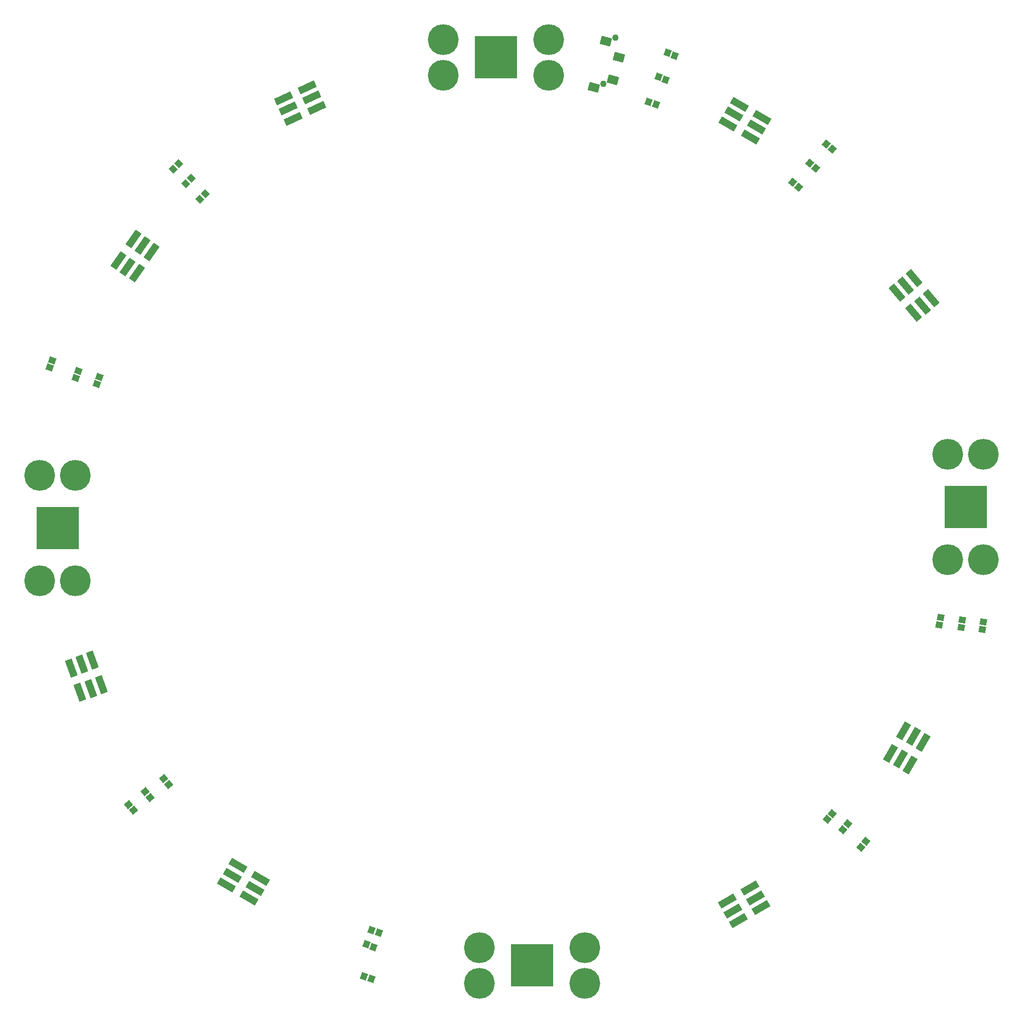
<source format=gts>
G04*
G04 #@! TF.GenerationSoftware,Altium Limited,Altium Designer,22.9.1 (49)*
G04*
G04 Layer_Color=8388736*
%FSLAX25Y25*%
%MOIN*%
G70*
G04*
G04 #@! TF.SameCoordinates,8A5C06B3-4C5D-48ED-891A-8E98A4BE319D*
G04*
G04*
G04 #@! TF.FilePolarity,Negative*
G04*
G01*
G75*
G04:AMPARAMS|DCode=32|XSize=118.24mil|YSize=47.37mil|CornerRadius=0mil|HoleSize=0mil|Usage=FLASHONLY|Rotation=330.000|XOffset=0mil|YOffset=0mil|HoleType=Round|Shape=Rectangle|*
%AMROTATEDRECTD32*
4,1,4,-0.06304,0.00905,-0.03935,0.05007,0.06304,-0.00905,0.03935,-0.05007,-0.06304,0.00905,0.0*
%
%ADD32ROTATEDRECTD32*%

G04:AMPARAMS|DCode=33|XSize=118.24mil|YSize=47.37mil|CornerRadius=0mil|HoleSize=0mil|Usage=FLASHONLY|Rotation=25.000|XOffset=0mil|YOffset=0mil|HoleType=Round|Shape=Rectangle|*
%AMROTATEDRECTD33*
4,1,4,-0.04357,-0.04645,-0.06359,-0.00352,0.04357,0.04645,0.06359,0.00352,-0.04357,-0.04645,0.0*
%
%ADD33ROTATEDRECTD33*%

%ADD34R,0.28359X0.28359*%
G04:AMPARAMS|DCode=35|XSize=118.24mil|YSize=47.37mil|CornerRadius=0mil|HoleSize=0mil|Usage=FLASHONLY|Rotation=210.000|XOffset=0mil|YOffset=0mil|HoleType=Round|Shape=Rectangle|*
%AMROTATEDRECTD35*
4,1,4,0.03935,0.05007,0.06304,0.00905,-0.03935,-0.05007,-0.06304,-0.00905,0.03935,0.05007,0.0*
%
%ADD35ROTATEDRECTD35*%

G04:AMPARAMS|DCode=36|XSize=118.24mil|YSize=47.37mil|CornerRadius=0mil|HoleSize=0mil|Usage=FLASHONLY|Rotation=240.000|XOffset=0mil|YOffset=0mil|HoleType=Round|Shape=Rectangle|*
%AMROTATEDRECTD36*
4,1,4,0.00905,0.06304,0.05007,0.03935,-0.00905,-0.06304,-0.05007,-0.03935,0.00905,0.06304,0.0*
%
%ADD36ROTATEDRECTD36*%

G04:AMPARAMS|DCode=37|XSize=55.24mil|YSize=70.99mil|CornerRadius=0mil|HoleSize=0mil|Usage=FLASHONLY|Rotation=75.000|XOffset=0mil|YOffset=0mil|HoleType=Round|Shape=Rectangle|*
%AMROTATEDRECTD37*
4,1,4,0.02714,-0.03587,-0.04144,-0.01749,-0.02714,0.03587,0.04144,0.01749,0.02714,-0.03587,0.0*
%
%ADD37ROTATEDRECTD37*%

%ADD38R,0.28359X0.28359*%
G04:AMPARAMS|DCode=39|XSize=118.24mil|YSize=47.37mil|CornerRadius=0mil|HoleSize=0mil|Usage=FLASHONLY|Rotation=310.000|XOffset=0mil|YOffset=0mil|HoleType=Round|Shape=Rectangle|*
%AMROTATEDRECTD39*
4,1,4,-0.05614,0.03006,-0.01986,0.06051,0.05614,-0.03006,0.01986,-0.06051,-0.05614,0.03006,0.0*
%
%ADD39ROTATEDRECTD39*%

G04:AMPARAMS|DCode=40|XSize=118.24mil|YSize=47.37mil|CornerRadius=0mil|HoleSize=0mil|Usage=FLASHONLY|Rotation=55.000|XOffset=0mil|YOffset=0mil|HoleType=Round|Shape=Rectangle|*
%AMROTATEDRECTD40*
4,1,4,-0.01451,-0.06201,-0.05331,-0.03484,0.01451,0.06201,0.05331,0.03484,-0.01451,-0.06201,0.0*
%
%ADD40ROTATEDRECTD40*%

G04:AMPARAMS|DCode=41|XSize=118.24mil|YSize=47.37mil|CornerRadius=0mil|HoleSize=0mil|Usage=FLASHONLY|Rotation=110.000|XOffset=0mil|YOffset=0mil|HoleType=Round|Shape=Rectangle|*
%AMROTATEDRECTD41*
4,1,4,0.04248,-0.04745,-0.00204,-0.06365,-0.04248,0.04745,0.00204,0.06365,0.04248,-0.04745,0.0*
%
%ADD41ROTATEDRECTD41*%

G04:AMPARAMS|DCode=42|XSize=45.4mil|YSize=41.47mil|CornerRadius=0mil|HoleSize=0mil|Usage=FLASHONLY|Rotation=320.000|XOffset=0mil|YOffset=0mil|HoleType=Round|Shape=Rectangle|*
%AMROTATEDRECTD42*
4,1,4,-0.03072,-0.00129,-0.00406,0.03047,0.03072,0.00129,0.00406,-0.03047,-0.03072,-0.00129,0.0*
%
%ADD42ROTATEDRECTD42*%

G04:AMPARAMS|DCode=43|XSize=45.4mil|YSize=41.47mil|CornerRadius=0mil|HoleSize=0mil|Usage=FLASHONLY|Rotation=220.000|XOffset=0mil|YOffset=0mil|HoleType=Round|Shape=Rectangle|*
%AMROTATEDRECTD43*
4,1,4,0.00406,0.03047,0.03072,-0.00129,-0.00406,-0.03047,-0.03072,0.00129,0.00406,0.03047,0.0*
%
%ADD43ROTATEDRECTD43*%

G04:AMPARAMS|DCode=44|XSize=45.4mil|YSize=41.47mil|CornerRadius=0mil|HoleSize=0mil|Usage=FLASHONLY|Rotation=160.000|XOffset=0mil|YOffset=0mil|HoleType=Round|Shape=Rectangle|*
%AMROTATEDRECTD44*
4,1,4,0.02842,0.01172,0.01424,-0.02725,-0.02842,-0.01172,-0.01424,0.02725,0.02842,0.01172,0.0*
%
%ADD44ROTATEDRECTD44*%

G04:AMPARAMS|DCode=45|XSize=45.4mil|YSize=41.47mil|CornerRadius=0mil|HoleSize=0mil|Usage=FLASHONLY|Rotation=135.000|XOffset=0mil|YOffset=0mil|HoleType=Round|Shape=Rectangle|*
%AMROTATEDRECTD45*
4,1,4,0.03071,-0.00139,0.00139,-0.03071,-0.03071,0.00139,-0.00139,0.03071,0.03071,-0.00139,0.0*
%
%ADD45ROTATEDRECTD45*%

G04:AMPARAMS|DCode=46|XSize=45.4mil|YSize=41.47mil|CornerRadius=0mil|HoleSize=0mil|Usage=FLASHONLY|Rotation=250.000|XOffset=0mil|YOffset=0mil|HoleType=Round|Shape=Rectangle|*
%AMROTATEDRECTD46*
4,1,4,-0.01172,0.02842,0.02725,0.01424,0.01172,-0.02842,-0.02725,-0.01424,-0.01172,0.02842,0.0*
%
%ADD46ROTATEDRECTD46*%

G04:AMPARAMS|DCode=47|XSize=45.4mil|YSize=41.47mil|CornerRadius=0mil|HoleSize=0mil|Usage=FLASHONLY|Rotation=350.000|XOffset=0mil|YOffset=0mil|HoleType=Round|Shape=Rectangle|*
%AMROTATEDRECTD47*
4,1,4,-0.02596,-0.01648,-0.01876,0.02436,0.02596,0.01648,0.01876,-0.02436,-0.02596,-0.01648,0.0*
%
%ADD47ROTATEDRECTD47*%

G04:AMPARAMS|DCode=48|XSize=45.4mil|YSize=41.47mil|CornerRadius=0mil|HoleSize=0mil|Usage=FLASHONLY|Rotation=50.000|XOffset=0mil|YOffset=0mil|HoleType=Round|Shape=Rectangle|*
%AMROTATEDRECTD48*
4,1,4,0.00129,-0.03072,-0.03047,-0.00406,-0.00129,0.03072,0.03047,0.00406,0.00129,-0.03072,0.0*
%
%ADD48ROTATEDRECTD48*%

%ADD49C,0.20485*%
%ADD50C,0.04343*%
D32*
X1287261Y1128691D02*
D03*
X1272259Y1137353D02*
D03*
X1291001Y1135169D02*
D03*
X1275999Y1143831D02*
D03*
X1294741Y1141647D02*
D03*
X1279739Y1150309D02*
D03*
X946739Y644809D02*
D03*
X961741Y636147D02*
D03*
X942999Y638331D02*
D03*
X958001Y629669D02*
D03*
X939259Y631852D02*
D03*
X954261Y623191D02*
D03*
D33*
X999000Y1148000D02*
D03*
X983300Y1140679D02*
D03*
X995839Y1154779D02*
D03*
X980139Y1147458D02*
D03*
X992677Y1161559D02*
D03*
X976978Y1154238D02*
D03*
D34*
X1142000Y578500D02*
D03*
X1118000Y1181500D02*
D03*
D35*
X1271759Y621147D02*
D03*
X1286761Y629809D02*
D03*
X1275499Y614669D02*
D03*
X1290501Y623331D02*
D03*
X1279239Y608191D02*
D03*
X1294241Y616853D02*
D03*
D36*
X1380191Y719239D02*
D03*
X1388853Y734241D02*
D03*
X1386669Y715499D02*
D03*
X1395331Y730501D02*
D03*
X1393147Y711759D02*
D03*
X1401809Y726761D02*
D03*
D37*
X1195786Y1166468D02*
D03*
X1191263Y1192135D02*
D03*
X1199862Y1181679D02*
D03*
X1183111Y1161712D02*
D03*
D38*
X1430000Y883000D02*
D03*
X827000Y869000D02*
D03*
D39*
X1395539Y1011884D02*
D03*
X1384405Y1025154D02*
D03*
X1401270Y1016692D02*
D03*
X1390135Y1029962D02*
D03*
X1407000Y1021500D02*
D03*
X1395865Y1034770D02*
D03*
D40*
X889596Y1052305D02*
D03*
X879659Y1038114D02*
D03*
X883468Y1056595D02*
D03*
X873532Y1042405D02*
D03*
X877340Y1060886D02*
D03*
X867404Y1046696D02*
D03*
D41*
X850067Y781198D02*
D03*
X855992Y764919D02*
D03*
X843038Y778639D02*
D03*
X848962Y762361D02*
D03*
X836008Y776081D02*
D03*
X841933Y759802D02*
D03*
D42*
X1363645Y660960D02*
D03*
X1360355Y657040D02*
D03*
X1351645Y672460D02*
D03*
X1348355Y668540D02*
D03*
X1341290Y679421D02*
D03*
X1338000Y675500D02*
D03*
D43*
X877500Y681500D02*
D03*
X874210Y685421D02*
D03*
X888500Y690000D02*
D03*
X885210Y693921D02*
D03*
X900645Y698540D02*
D03*
X897355Y702460D02*
D03*
D44*
X823375Y980405D02*
D03*
X821625Y975595D02*
D03*
X840751Y973309D02*
D03*
X839000Y968500D02*
D03*
X854875Y969405D02*
D03*
X853125Y964595D02*
D03*
D45*
X921381Y1087381D02*
D03*
X925000Y1091000D02*
D03*
X912190Y1097690D02*
D03*
X915810Y1101309D02*
D03*
X903881Y1107381D02*
D03*
X907500Y1111000D02*
D03*
D46*
X1040405Y600125D02*
D03*
X1035595Y601875D02*
D03*
X1036809Y590750D02*
D03*
X1032000Y592500D02*
D03*
X1035405Y569625D02*
D03*
X1030595Y571375D02*
D03*
X1219595Y1151875D02*
D03*
X1224405Y1150125D02*
D03*
X1226000Y1168500D02*
D03*
X1230809Y1166749D02*
D03*
X1232000Y1184500D02*
D03*
X1236809Y1182749D02*
D03*
D47*
X1413444Y809520D02*
D03*
X1412556Y804480D02*
D03*
X1427889Y808040D02*
D03*
X1427000Y803000D02*
D03*
X1441889Y806540D02*
D03*
X1441000Y801500D02*
D03*
D48*
X1315040Y1098645D02*
D03*
X1318960Y1095355D02*
D03*
X1326579Y1111290D02*
D03*
X1330500Y1108000D02*
D03*
X1337579Y1123790D02*
D03*
X1341500Y1120500D02*
D03*
D49*
X1107000Y566689D02*
D03*
X1107000Y590311D02*
D03*
X1177000Y590311D02*
D03*
Y566689D02*
D03*
X1083000Y1169689D02*
D03*
X1083000Y1193311D02*
D03*
X1153000Y1193311D02*
D03*
Y1169689D02*
D03*
X1418189Y918000D02*
D03*
X1441811D02*
D03*
X1441811Y848000D02*
D03*
X1418189D02*
D03*
X815189Y904000D02*
D03*
X838811D02*
D03*
X838811Y834000D02*
D03*
X815189D02*
D03*
D50*
X1189443Y1164091D02*
D03*
X1197595Y1194514D02*
D03*
M02*

</source>
